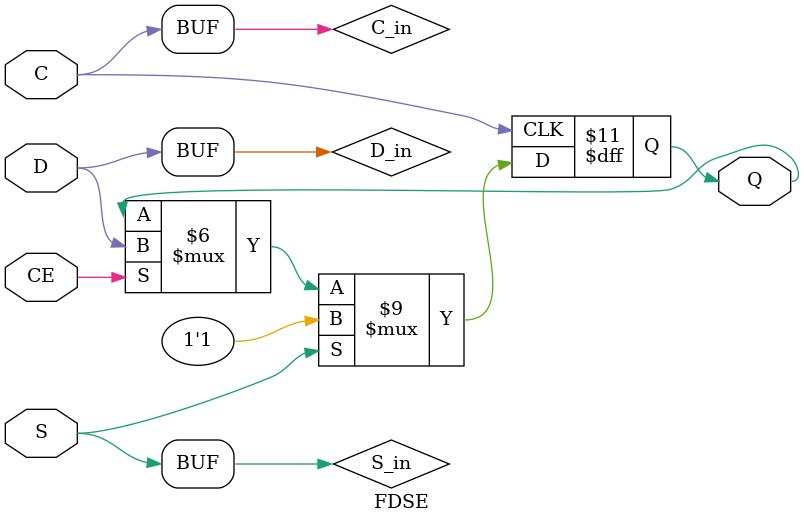
<source format=v>

`timescale  1 ps / 1 ps

`celldefine

module FDSE (Q, C, CE, D, S);

   parameter [0:0] INIT = 1'b1;
   parameter [0:0] IS_C_INVERTED = 1'b0;
   parameter [0:0] IS_D_INVERTED = 1'b0;
   parameter [0:0] IS_S_INVERTED = 1'b0;

`ifdef XIL_TIMING //Simprim
   parameter LOC = "UNPLACED";
   parameter MSGON = "TRUE";
   parameter XON = "TRUE";
`endif

    output Q;
  reg    Q = INIT;

    input  C, CE, D, S;

    wire C_in, D_in, S_in;

    assign C_in = C ^ IS_C_INVERTED;
    assign D_in = D ^ IS_D_INVERTED;
    assign S_in = S ^ IS_S_INVERTED;

  always @(posedge C_in)
      if (S_in)
    Q <= 1;
      else if (CE)
    Q <= D_in;

endmodule

`endcelldefine

</source>
